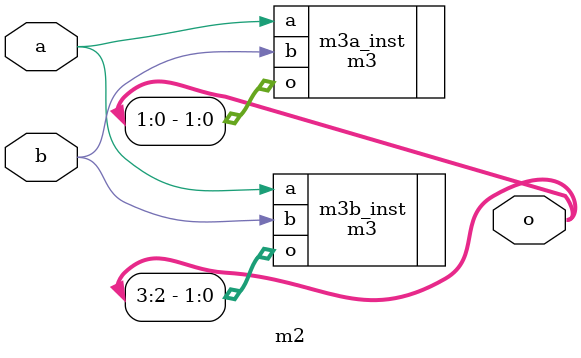
<source format=v>
module m2 (
    input wire a,
    input wire b,
    output wire [3:0] o
);

m3 m3a_inst(.a(a), .b(b), .o(o[1:0]));
m3 m3b_inst(.a(a), .b(b), .o(o[3:2]));

endmodule
</source>
